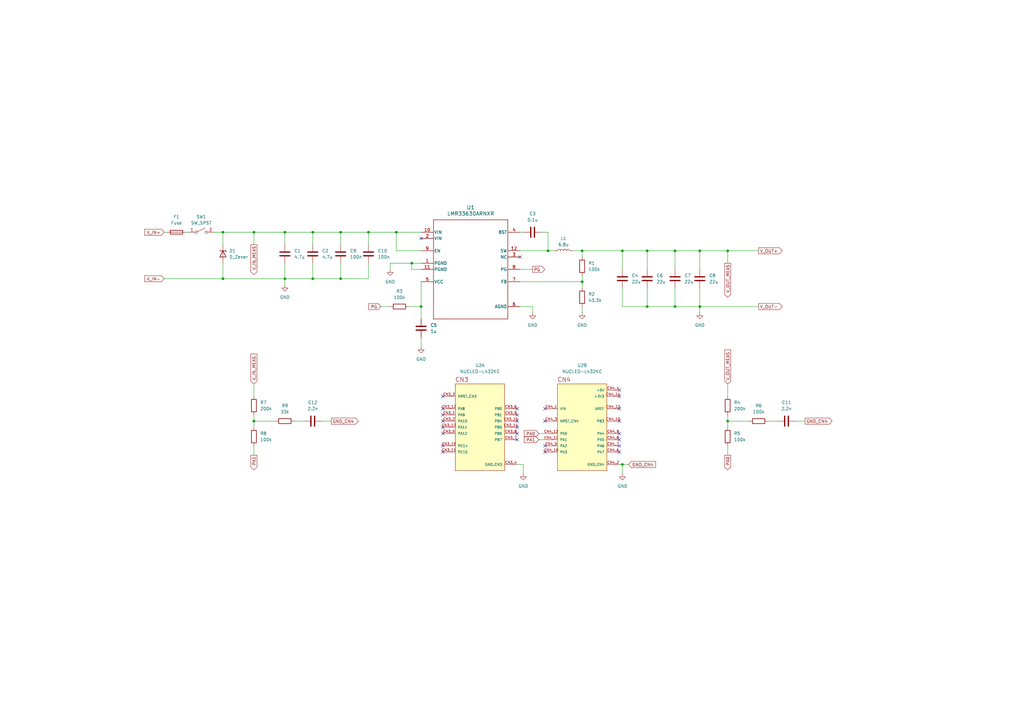
<source format=kicad_sch>
(kicad_sch (version 20250114) (generator "eeschema") (generator_version "9.0")
  (paper "A3")
  (title_block (title "SolarCore") (date "10.11.2025") (rev "1") (company "Mateusz Witczak"))
  (lib_symbols
    (symbol "2025-11-09_14-41-59:LMR33630ARNXR" (pin_names (offset 0.254))
      (property "Reference" "U" (at 0 2.54 0))
      (property "Value" "LMR33630ARNXR" (at 0 0 0))
      (symbol "LMR33630ARNXR_0_1"
        (polyline (pts (xy -15.24 20.32) (xy -15.24 -20.32)) (stroke (width 0.2032)))
        (polyline (pts (xy -15.24 -20.32) (xy 15.24 -20.32)) (stroke (width 0.2032)))
        (polyline (pts (xy 15.24 20.32) (xy -15.24 20.32)) (stroke (width 0.2032)))
        (polyline (pts (xy 15.24 -20.32) (xy 15.24 20.32)) (stroke (width 0.2032)))
        (pin power_in line (at -20.32 15.24 0) (length 5.08) (name "VIN") (number "10"))
        (pin power_in line (at -20.32 12.7 0) (length 5.08) (name "VIN") (number "2"))
        (pin input line (at -20.32 7.62 0) (length 5.08) (name "EN") (number "9"))
        (pin power_in line (at -20.32 2.54 0) (length 5.08) (name "PGND") (number "1"))
        (pin power_in line (at -20.32 0 0) (length 5.08) (name "PGND") (number "11"))
        (pin power_in line (at -20.32 -5.08 0) (length 5.08) (name "VCC") (number "5"))
        (pin unspecified line (at 20.32 15.24 180) (length 5.08) (name "BST") (number "4"))
        (pin power_in line (at 20.32 7.62 180) (length 5.08) (name "SW") (number "12"))
        (pin unspecified line (at 20.32 5.08 180) (length 5.08) (name "NC") (number "3"))
        (pin open_collector line (at 20.32 0 180) (length 5.08) (name "PG") (number "8"))
        (pin input line (at 20.32 -5.08 180) (length 5.08) (name "FB") (number "7"))
        (pin power_in line (at 20.32 -15.24 180) (length 5.08) (name "AGND") (number "6"))
      )
    )
    (symbol "Device:C" (pin_numbers (hide yes)) (pin_names (offset 0.254))
      (property "Reference" "C" (at 0.635 2.54 0))
      (property "Value" "C" (at 0.635 -2.54 0))
      (symbol "C_0_1"
        (polyline (pts (xy -2.032 0.762) (xy 2.032 0.762)) (stroke (width 0.508)))
        (polyline (pts (xy -2.032 -0.762) (xy 2.032 -0.762)) (stroke (width 0.508)))
      )
      (symbol "C_1_1"
        (pin passive line (at 0 3.81 270) (length 2.794) (name "~") (number "1"))
        (pin passive line (at 0 -3.81 90) (length 2.794) (name "~") (number "2"))
      )
    )
    (symbol "Device:D_Zener" (pin_numbers (hide yes)) (pin_names (offset 1.016) (hide yes))
      (property "Reference" "D" (at 0 2.54 0))
      (property "Value" "D_Zener" (at 0 -2.54 0))
      (symbol "D_Zener_0_1"
        (polyline (pts (xy -1.27 -1.27) (xy -1.27 1.27) (xy -0.762 1.27)) (stroke (width 0.254)))
        (polyline (pts (xy 1.27 0) (xy -1.27 0)))
        (polyline (pts (xy 1.27 -1.27) (xy 1.27 1.27) (xy -1.27 0) (xy 1.27 -1.27)) (stroke (width 0.254)))
      )
      (symbol "D_Zener_1_1"
        (pin passive line (at -3.81 0 0) (length 2.54) (name "K") (number "1"))
        (pin passive line (at 3.81 0 180) (length 2.54) (name "A") (number "2"))
      )
    )
    (symbol "Device:Fuse" (pin_numbers (hide yes)) (pin_names (offset 0))
      (property "Reference" "F" (at 2.032 0 90))
      (property "Value" "Fuse" (at -1.905 0 90))
      (symbol "Fuse_0_1"
        (rectangle (start -0.762 -2.54) (end 0.762 2.54) (stroke (width 0.254)))
        (polyline (pts (xy 0 2.54) (xy 0 -2.54)))
      )
      (symbol "Fuse_1_1"
        (pin passive line (at 0 3.81 270) (length 1.27) (name "~") (number "1"))
        (pin passive line (at 0 -3.81 90) (length 1.27) (name "~") (number "2"))
      )
    )
    (symbol "Device:L" (pin_numbers (hide yes)) (pin_names (offset 1.016) (hide yes))
      (property "Reference" "L" (at -1.27 0 90))
      (property "Value" "L" (at 1.905 0 90))
      (symbol "L_0_1"
        (arc (start 0 2.54) (mid 0.6323 1.905) (end 0 1.27))
        (arc (start 0 1.27) (mid 0.6323 0.635) (end 0 0))
        (arc (start 0 0) (mid 0.6323 -0.635) (end 0 -1.27))
        (arc (start 0 -1.27) (mid 0.6323 -1.905) (end 0 -2.54))
      )
      (symbol "L_1_1"
        (pin passive line (at 0 3.81 270) (length 1.27) (name "1") (number "1"))
        (pin passive line (at 0 -3.81 90) (length 1.27) (name "2") (number "2"))
      )
    )
    (symbol "Device:R" (pin_numbers (hide yes)) (pin_names (offset 0))
      (property "Reference" "R" (at 2.032 0 90))
      (property "Value" "R" (at 0 0 90))
      (symbol "R_0_1"
        (rectangle (start -1.016 -2.54) (end 1.016 2.54) (stroke (width 0.254)))
      )
      (symbol "R_1_1"
        (pin passive line (at 0 3.81 270) (length 1.27) (name "~") (number "1"))
        (pin passive line (at 0 -3.81 90) (length 1.27) (name "~") (number "2"))
      )
    )
    (symbol "NUCLEO-L432KC:NUCLEO-L432KC" (pin_names (offset 1.016))
      (property "Reference" "U" (at -10.16 21.082 0))
      (property "Value" "NUCLEO-L432KC" (at -10.16 -20.32 0))
      (symbol "NUCLEO-L432KC_1_0"
        (rectangle (start -10.16 -17.78) (end 10.16 17.78) (stroke (width 0.1524)) (fill (type background)))
        (text "CN3" (at -10.16 18.542 0) (effects (font (size 1.778 1.778)) (justify left bottom)))
        (pin bidirectional line (at -15.24 12.7 0) (length 5.08) (name "NRST_CN3") (number "CN3_3"))
        (pin bidirectional line (at -15.24 7.62 0) (length 5.08) (name "PA8") (number "CN3_12"))
        (pin bidirectional line (at -15.24 5.08 0) (length 5.08) (name "PA9") (number "CN3_1"))
        (pin bidirectional line (at -15.24 2.54 0) (length 5.08) (name "PA10") (number "CN3_2"))
        (pin bidirectional line (at -15.24 0 0) (length 5.08) (name "PA11") (number "CN3_13"))
        (pin bidirectional line (at -15.24 -2.54 0) (length 5.08) (name "PA12") (number "CN3_5"))
        (pin bidirectional line (at -15.24 -7.62 0) (length 5.08) (name "PC14") (number "CN3_10"))
        (pin bidirectional line (at -15.24 -10.16 0) (length 5.08) (name "PC15") (number "CN3_11"))
        (pin bidirectional line (at 15.24 7.62 180) (length 5.08) (name "PB0") (number "CN3_6"))
        (pin bidirectional line (at 15.24 5.08 180) (length 5.08) (name "PB1") (number "CN3_9"))
        (pin bidirectional line (at 15.24 2.54 180) (length 5.08) (name "PB4") (number "CN3_15"))
        (pin bidirectional line (at 15.24 0 180) (length 5.08) (name "PB5") (number "CN3_14"))
        (pin bidirectional line (at 15.24 -2.54 180) (length 5.08) (name "PB6") (number "CN3_8"))
        (pin bidirectional line (at 15.24 -5.08 180) (length 5.08) (name "PB7") (number "CN3_7"))
        (pin power_in line (at 15.24 -15.24 180) (length 5.08) (name "GND_CN3") (number "CN3_4"))
      )
      (symbol "NUCLEO-L432KC_2_0"
        (rectangle (start -10.16 -17.78) (end 10.16 17.78) (stroke (width 0.1524)) (fill (type background)))
        (text "CN4" (at -10.16 18.542 0) (effects (font (size 1.778 1.778)) (justify left bottom)))
        (pin input line (at -15.24 7.62 0) (length 5.08) (name "VIN") (number "CN4_1"))
        (pin bidirectional line (at -15.24 2.54 0) (length 5.08) (name "NRST_CN4") (number "CN4_3"))
        (pin bidirectional line (at -15.24 -2.54 0) (length 5.08) (name "PA0") (number "CN4_12"))
        (pin bidirectional line (at -15.24 -5.08 0) (length 5.08) (name "PA1") (number "CN4_11"))
        (pin bidirectional line (at -15.24 -7.62 0) (length 5.08) (name "PA2") (number "CN4_5"))
        (pin bidirectional line (at -15.24 -10.16 0) (length 5.08) (name "PA3") (number "CN4_10"))
        (pin power_in line (at 15.24 15.24 180) (length 5.08) (name "+5V") (number "CN4_4"))
        (pin power_in line (at 15.24 12.7 180) (length 5.08) (name "+3V3") (number "CN4_14"))
        (pin bidirectional line (at 15.24 7.62 180) (length 5.08) (name "AREF") (number "CN4_13"))
        (pin bidirectional line (at 15.24 2.54 180) (length 5.08) (name "PB3") (number "CN4_15"))
        (pin bidirectional line (at 15.24 -2.54 180) (length 5.08) (name "PA4") (number "CN4_9"))
        (pin bidirectional line (at 15.24 -5.08 180) (length 5.08) (name "PA5") (number "CN4_8"))
        (pin bidirectional line (at 15.24 -7.62 180) (length 5.08) (name "PA6") (number "CN4_7"))
        (pin bidirectional line (at 15.24 -10.16 180) (length 5.08) (name "PA7") (number "CN4_6"))
        (pin power_in line (at 15.24 -15.24 180) (length 5.08) (name "GND_CN4") (number "CN4_2"))
      )
    )
    (symbol "Switch:SW_SPST" (pin_names (offset 0) (hide yes))
      (property "Reference" "SW" (at 0 3.175 0))
      (property "Value" "SW_SPST" (at 0 -2.54 0))
      (symbol "SW_SPST_0_0"
        (circle (center -2.032 0) (radius 0.508))
        (polyline (pts (xy -1.524 0.254) (xy 1.524 1.778)))
        (circle (center 2.032 0) (radius 0.508))
      )
      (symbol "SW_SPST_1_1"
        (pin passive line (at -5.08 0 0) (length 2.54) (name "A") (number "1"))
        (pin passive line (at 5.08 0 180) (length 2.54) (name "B") (number "2"))
      )
    )
    (symbol "power:GND" (power) (pin_numbers (hide yes)) (pin_names (offset 0) (hide yes))
      (property "Value" "GND" (at 0 -3.81 0))
      (symbol "GND_0_1"
        (polyline (pts (xy 0 0) (xy 0 -1.27) (xy 1.27 -1.27) (xy 0 -2.54) (xy -1.27 -1.27) (xy 0 -1.27)))
      )
      (symbol "GND_1_1"
        (pin power_in line (at 0 0 270) (length 0) (name "~") (number "1"))
      )
    )
  )
  (junction (at 162.56 95.25))
  (junction (at 116.84 95.25))
  (junction (at 276.86 125.73))
  (junction (at 139.7 114.3))
  (junction (at 238.76 115.57))
  (junction (at 104.14 172.72))
  (junction (at 255.27 190.5))
  (junction (at 139.7 95.25))
  (junction (at 91.44 95.25))
  (junction (at 172.72 125.73))
  (junction (at 91.44 114.3))
  (junction (at 168.91 107.95))
  (junction (at 265.43 102.87))
  (junction (at 287.02 102.87))
  (junction (at 128.27 95.25))
  (junction (at 276.86 102.87))
  (junction (at 104.14 95.25))
  (junction (at 298.45 102.87))
  (junction (at 128.27 114.3))
  (junction (at 298.45 172.72))
  (junction (at 255.27 102.87))
  (junction (at 224.79 102.87))
  (junction (at 287.02 125.73))
  (junction (at 238.76 102.87))
  (junction (at 151.13 95.25))
  (junction (at 265.43 125.73))
  (junction (at 116.84 114.3))
  (no_connect (at 254 160.02))
  (no_connect (at 212.09 172.72))
  (no_connect (at 213.36 105.41))
  (no_connect (at 181.61 185.42))
  (no_connect (at 212.09 170.18))
  (no_connect (at 254 167.64))
  (no_connect (at 212.09 180.34))
  (no_connect (at 181.61 172.72))
  (no_connect (at 223.52 172.72))
  (no_connect (at 223.52 185.42))
  (no_connect (at 181.61 175.26))
  (no_connect (at 181.61 167.64))
  (no_connect (at 212.09 175.26))
  (no_connect (at 181.61 177.8))
  (no_connect (at 212.09 167.64))
  (no_connect (at 223.52 182.88))
  (no_connect (at 181.61 182.88))
  (no_connect (at 254 185.42))
  (no_connect (at 254 172.72))
  (no_connect (at 223.52 167.64))
  (no_connect (at 181.61 170.18))
  (no_connect (at 212.09 177.8))
  (no_connect (at 181.61 162.56))
  (no_connect (at 172.72 97.79))
  (no_connect (at 254 177.8))
  (no_connect (at 254 180.34))
  (no_connect (at 254 182.88))
  (no_connect (at 254 162.56))
  (wire (pts (xy 139.7 95.25) (xy 151.13 95.25)))
  (wire (pts (xy 91.44 107.95) (xy 91.44 114.3)))
  (wire (pts (xy 254 190.5) (xy 255.27 190.5)))
  (wire (pts (xy 116.84 107.95) (xy 116.84 114.3)))
  (wire (pts (xy 276.86 125.73) (xy 265.43 125.73)))
  (wire (pts (xy 91.44 95.25) (xy 104.14 95.25)))
  (wire (pts (xy 213.36 102.87) (xy 224.79 102.87)))
  (wire (pts (xy 238.76 115.57) (xy 238.76 118.11)))
  (wire (pts (xy 287.02 102.87) (xy 287.02 110.49)))
  (wire (pts (xy 234.95 102.87) (xy 238.76 102.87)))
  (wire (pts (xy 265.43 102.87) (xy 265.43 110.49)))
  (wire (pts (xy 151.13 107.95) (xy 151.13 114.3)))
  (wire (pts (xy 128.27 100.33) (xy 128.27 95.25)))
  (wire (pts (xy 213.36 110.49) (xy 218.44 110.49)))
  (wire (pts (xy 156.21 125.73) (xy 160.02 125.73)))
  (wire (pts (xy 160.02 110.49) (xy 160.02 107.95)))
  (wire (pts (xy 67.31 114.3) (xy 91.44 114.3)))
  (wire (pts (xy 255.27 102.87) (xy 255.27 110.49)))
  (wire (pts (xy 255.27 190.5) (xy 255.27 194.31)))
  (wire (pts (xy 238.76 125.73) (xy 238.76 128.27)))
  (wire (pts (xy 172.72 115.57) (xy 172.72 125.73)))
  (wire (pts (xy 326.39 172.72) (xy 330.2 172.72)))
  (wire (pts (xy 172.72 125.73) (xy 172.72 130.81)))
  (wire (pts (xy 238.76 102.87) (xy 238.76 105.41)))
  (wire (pts (xy 128.27 114.3) (xy 139.7 114.3)))
  (wire (pts (xy 172.72 110.49) (xy 168.91 110.49)))
  (wire (pts (xy 238.76 115.57) (xy 238.76 113.03)))
  (wire (pts (xy 87.63 95.25) (xy 91.44 95.25)))
  (wire (pts (xy 276.86 118.11) (xy 276.86 125.73)))
  (wire (pts (xy 220.98 177.8) (xy 223.52 177.8)))
  (wire (pts (xy 314.96 172.72) (xy 318.77 172.72)))
  (wire (pts (xy 172.72 102.87) (xy 162.56 102.87)))
  (wire (pts (xy 287.02 125.73) (xy 276.86 125.73)))
  (wire (pts (xy 139.7 107.95) (xy 139.7 114.3)))
  (wire (pts (xy 91.44 95.25) (xy 91.44 100.33)))
  (wire (pts (xy 298.45 102.87) (xy 298.45 107.95)))
  (wire (pts (xy 162.56 95.25) (xy 162.56 102.87)))
  (wire (pts (xy 162.56 95.25) (xy 172.72 95.25)))
  (wire (pts (xy 132.08 172.72) (xy 135.89 172.72)))
  (wire (pts (xy 298.45 102.87) (xy 311.15 102.87)))
  (wire (pts (xy 307.34 172.72) (xy 298.45 172.72)))
  (wire (pts (xy 116.84 95.25) (xy 128.27 95.25)))
  (wire (pts (xy 255.27 190.5) (xy 257.81 190.5)))
  (wire (pts (xy 311.15 125.73) (xy 287.02 125.73)))
  (wire (pts (xy 128.27 95.25) (xy 139.7 95.25)))
  (wire (pts (xy 128.27 107.95) (xy 128.27 114.3)))
  (wire (pts (xy 213.36 115.57) (xy 238.76 115.57)))
  (wire (pts (xy 168.91 107.95) (xy 172.72 107.95)))
  (wire (pts (xy 238.76 102.87) (xy 255.27 102.87)))
  (wire (pts (xy 218.44 125.73) (xy 218.44 128.27)))
  (wire (pts (xy 151.13 95.25) (xy 162.56 95.25)))
  (wire (pts (xy 104.14 172.72) (xy 104.14 175.26)))
  (wire (pts (xy 298.45 182.88) (xy 298.45 186.69)))
  (wire (pts (xy 67.31 95.25) (xy 68.58 95.25)))
  (wire (pts (xy 172.72 138.43) (xy 172.72 142.24)))
  (wire (pts (xy 213.36 95.25) (xy 214.63 95.25)))
  (wire (pts (xy 116.84 114.3) (xy 116.84 116.84)))
  (wire (pts (xy 298.45 172.72) (xy 298.45 175.26)))
  (wire (pts (xy 213.36 125.73) (xy 218.44 125.73)))
  (wire (pts (xy 160.02 107.95) (xy 168.91 107.95)))
  (wire (pts (xy 120.65 172.72) (xy 124.46 172.72)))
  (wire (pts (xy 255.27 125.73) (xy 255.27 118.11)))
  (wire (pts (xy 151.13 100.33) (xy 151.13 95.25)))
  (wire (pts (xy 116.84 114.3) (xy 128.27 114.3)))
  (wire (pts (xy 212.09 190.5) (xy 214.63 190.5)))
  (wire (pts (xy 265.43 102.87) (xy 276.86 102.87)))
  (wire (pts (xy 104.14 182.88) (xy 104.14 186.69)))
  (wire (pts (xy 104.14 157.48) (xy 104.14 162.56)))
  (wire (pts (xy 265.43 118.11) (xy 265.43 125.73)))
  (wire (pts (xy 220.98 180.34) (xy 223.52 180.34)))
  (wire (pts (xy 139.7 100.33) (xy 139.7 95.25)))
  (wire (pts (xy 298.45 170.18) (xy 298.45 172.72)))
  (wire (pts (xy 276.86 102.87) (xy 276.86 110.49)))
  (wire (pts (xy 104.14 170.18) (xy 104.14 172.72)))
  (wire (pts (xy 104.14 95.25) (xy 116.84 95.25)))
  (wire (pts (xy 255.27 102.87) (xy 265.43 102.87)))
  (wire (pts (xy 224.79 95.25) (xy 224.79 102.87)))
  (wire (pts (xy 91.44 114.3) (xy 116.84 114.3)))
  (wire (pts (xy 113.03 172.72) (xy 104.14 172.72)))
  (wire (pts (xy 287.02 102.87) (xy 298.45 102.87)))
  (wire (pts (xy 214.63 190.5) (xy 214.63 194.31)))
  (wire (pts (xy 287.02 118.11) (xy 287.02 125.73)))
  (wire (pts (xy 265.43 125.73) (xy 255.27 125.73)))
  (wire (pts (xy 276.86 102.87) (xy 287.02 102.87)))
  (wire (pts (xy 76.2 95.25) (xy 77.47 95.25)))
  (wire (pts (xy 298.45 157.48) (xy 298.45 162.56)))
  (wire (pts (xy 104.14 95.25) (xy 104.14 100.33)))
  (wire (pts (xy 222.25 95.25) (xy 224.79 95.25)))
  (wire (pts (xy 287.02 125.73) (xy 287.02 128.27)))
  (wire (pts (xy 139.7 114.3) (xy 151.13 114.3)))
  (wire (pts (xy 224.79 102.87) (xy 227.33 102.87)))
  (wire (pts (xy 116.84 100.33) (xy 116.84 95.25)))
  (wire (pts (xy 172.72 125.73) (xy 167.64 125.73)))
  (wire (pts (xy 168.91 110.49) (xy 168.91 107.95)))
  (global_label "PA0" (shape input) (at 220.98 177.8 180) (property "Intersheetrefs" "${INTERSHEET_REFS}" (effects (hide yes))))
  (global_label "V_IN+" (shape input) (at 67.31 95.25 180) (property "Intersheetrefs" "${INTERSHEET_REFS}" (effects (hide yes))))
  (global_label "V_IN_MEAS" (shape input) (at 104.14 157.48 90) (property "Intersheetrefs" "${INTERSHEET_REFS}" (effects (hide yes))))
  (global_label "V_OUT_MEAS" (shape input) (at 298.45 157.48 90) (property "Intersheetrefs" "${INTERSHEET_REFS}" (effects (hide yes))))
  (global_label "V_OUT_MEAS" (shape output) (at 298.45 107.95 270) (property "Intersheetrefs" "${INTERSHEET_REFS}" (effects (hide yes))))
  (global_label "PG" (shape input) (at 156.21 125.73 180) (property "Intersheetrefs" "${INTERSHEET_REFS}" (effects (hide yes))))
  (global_label "GND_CN4" (shape output) (at 135.89 172.72 0) (property "Intersheetrefs" "${INTERSHEET_REFS}" (effects (hide yes))))
  (global_label "GND_CN4" (shape input) (at 257.81 190.5 0) (property "Intersheetrefs" "${INTERSHEET_REFS}" (effects (hide yes))))
  (global_label "PG" (shape output) (at 218.44 110.49 0) (property "Intersheetrefs" "${INTERSHEET_REFS}" (effects (hide yes))))
  (global_label "PA0" (shape output) (at 298.45 186.69 270) (property "Intersheetrefs" "${INTERSHEET_REFS}" (effects (hide yes))))
  (global_label "PA1" (shape input) (at 220.98 180.34 180) (property "Intersheetrefs" "${INTERSHEET_REFS}" (effects (hide yes))))
  (global_label "V_OUT+" (shape output) (at 311.15 102.87 0) (property "Intersheetrefs" "${INTERSHEET_REFS}" (effects (hide yes))))
  (global_label "V_OUT-" (shape output) (at 311.15 125.73 0) (property "Intersheetrefs" "${INTERSHEET_REFS}" (effects (hide yes))))
  (global_label "GND_CN4" (shape output) (at 330.2 172.72 0) (property "Intersheetrefs" "${INTERSHEET_REFS}" (effects (hide yes))))
  (global_label "V_IN-" (shape input) (at 67.31 114.3 180) (property "Intersheetrefs" "${INTERSHEET_REFS}" (effects (hide yes))))
  (global_label "PA1" (shape output) (at 104.14 186.69 270) (property "Intersheetrefs" "${INTERSHEET_REFS}" (effects (hide yes))))
  (global_label "V_IN_MEAS" (shape output) (at 104.14 100.33 270) (property "Intersheetrefs" "${INTERSHEET_REFS}" (effects (hide yes))))
  (symbol (lib_id "Device:R") (at 116.84 172.72 90) (unit 1)
    (property "Reference" "R9" (at 116.84 166.37 90))
    (property "Value" "33k" (at 116.84 168.91 90))
    (property "Footprint" "Resistor_SMD:R_0603_1608Metric_Pad0.98x0.95mm_HandSolder" (effects (hide yes)))
    (property "Description" "Resistor" (effects (hide yes)))
  )
  (symbol (lib_id "Device:R") (at 298.45 166.37 0) (unit 1)
    (property "Reference" "R4" (at 300.99 165.0999 0) (effects (justify left)))
    (property "Value" "200k" (at 300.99 167.6399 0) (effects (justify left)))
    (property "Footprint" "Resistor_SMD:R_0603_1608Metric_Pad0.98x0.95mm_HandSolder" (effects (hide yes)))
    (property "Description" "Resistor" (effects (hide yes)))
  )
  (symbol (lib_id "Device:C") (at 265.43 114.3 180) (unit 1)
    (property "Reference" "C6" (at 269.24 113.0299 0) (effects (justify right)))
    (property "Value" "22u" (at 269.24 115.5699 0) (effects (justify right)))
    (property "Footprint" "Capacitor_SMD:CP_Elec_4x5.4" (effects (hide yes)))
    (property "Description" "Unpolarized capacitor" (effects (hide yes)))
  )
  (symbol (lib_id "Device:C") (at 116.84 104.14 0) (unit 1)
    (property "Reference" "C1" (at 120.65 102.8699 0) (effects (justify left)))
    (property "Value" "4.7u" (at 120.65 105.4099 0) (effects (justify left)))
    (property "Footprint" "Capacitor_SMD:CP_Elec_4x5.4" (effects (hide yes)))
    (property "Description" "Unpolarized capacitor" (effects (hide yes)))
  )
  (symbol (lib_id "Device:C") (at 151.13 104.14 0) (unit 1)
    (property "Reference" "C10" (at 154.94 102.8699 0) (effects (justify left)))
    (property "Value" "100n" (at 154.94 105.4099 0) (effects (justify left)))
    (property "Footprint" "Capacitor_SMD:CP_Elec_4x5.4" (effects (hide yes)))
    (property "Description" "Unpolarized capacitor" (effects (hide yes)))
  )
  (symbol (lib_id "Device:C") (at 255.27 114.3 180) (unit 1)
    (property "Reference" "C4" (at 259.08 113.0299 0) (effects (justify right)))
    (property "Value" "22u" (at 259.08 115.5699 0) (effects (justify right)))
    (property "Footprint" "Capacitor_SMD:CP_Elec_4x5.4" (effects (hide yes)))
    (property "Description" "Unpolarized capacitor" (effects (hide yes)))
  )
  (symbol (lib_id "power:GND") (at 172.72 142.24 0) (unit 1)
    (property "Reference" "#PWR06" (effects (hide yes)))
    (property "Value" "GND" (at 172.72 147.32 0))
    (property "Description" "Power symbol creates a global label with name \"GND\" , ground" (effects (hide yes)))
  )
  (symbol (lib_id "Device:R") (at 311.15 172.72 90) (unit 1)
    (property "Reference" "R6" (at 311.15 166.37 90))
    (property "Value" "100k" (at 311.15 168.91 90))
    (property "Footprint" "Resistor_SMD:R_0603_1608Metric_Pad0.98x0.95mm_HandSolder" (effects (hide yes)))
    (property "Description" "Resistor" (effects (hide yes)))
  )
  (symbol (lib_id "power:GND") (at 287.02 128.27 0) (unit 1)
    (property "Reference" "#PWR05" (effects (hide yes)))
    (property "Value" "GND" (at 287.02 133.35 0))
    (property "Description" "Power symbol creates a global label with name \"GND\" , ground" (effects (hide yes)))
  )
  (symbol (lib_id "Device:C") (at 172.72 134.62 0) (unit 1)
    (property "Reference" "C5" (at 176.53 133.3499 0) (effects (justify left)))
    (property "Value" "1u" (at 176.53 135.8899 0) (effects (justify left)))
    (property "Footprint" "Capacitor_SMD:C_0603_1608Metric_Pad1.08x0.95mm_HandSolder" (effects (hide yes)))
    (property "Description" "Unpolarized capacitor" (effects (hide yes)))
  )
  (symbol (lib_id "Device:C") (at 322.58 172.72 90) (unit 1)
    (property "Reference" "C11" (at 322.58 165.1 90))
    (property "Value" "2.2n" (at 322.58 167.64 90))
    (property "Footprint" "Capacitor_SMD:C_0603_1608Metric_Pad1.08x0.95mm_HandSolder" (effects (hide yes)))
    (property "Description" "Unpolarized capacitor" (effects (hide yes)))
  )
  (symbol (lib_id "power:GND") (at 116.84 116.84 0) (unit 1)
    (property "Reference" "#PWR01" (effects (hide yes)))
    (property "Value" "GND" (at 116.84 121.92 0))
    (property "Description" "Power symbol creates a global label with name \"GND\" , ground" (effects (hide yes)))
  )
  (symbol (lib_id "Device:D_Zener") (at 91.44 104.14 270) (unit 1)
    (property "Reference" "D1" (at 93.98 102.8699 90) (effects (justify left)))
    (property "Value" "D_Zener" (at 93.98 105.4099 90) (effects (justify left)))
    (property "Footprint" "Diode_SMD:D_SMB-SMC_Universal_Handsoldering" (effects (hide yes)))
    (property "Description" "Zener diode" (effects (hide yes)))
  )
  (symbol (lib_id "Device:R") (at 238.76 121.92 0) (unit 1)
    (property "Reference" "R2" (at 241.3 120.6499 0) (effects (justify left)))
    (property "Value" "43.3k" (at 241.3 123.1899 0) (effects (justify left)))
    (property "Footprint" "Resistor_SMD:R_0603_1608Metric_Pad0.98x0.95mm_HandSolder" (effects (hide yes)))
    (property "Description" "Resistor" (effects (hide yes)))
  )
  (symbol (lib_id "Device:C") (at 276.86 114.3 180) (unit 1)
    (property "Reference" "C7" (at 280.67 113.0299 0) (effects (justify right)))
    (property "Value" "22u" (at 280.67 115.5699 0) (effects (justify right)))
    (property "Footprint" "Capacitor_SMD:CP_Elec_4x5.4" (effects (hide yes)))
    (property "Description" "Unpolarized capacitor" (effects (hide yes)))
  )
  (symbol (lib_id "power:GND") (at 214.63 194.31 0) (unit 1)
    (property "Reference" "#PWR013" (effects (hide yes)))
    (property "Value" "GND" (at 214.63 199.39 0))
    (property "Description" "Power symbol creates a global label with name \"GND\" , ground" (effects (hide yes)))
  )
  (symbol (lib_id "NUCLEO-L432KC:NUCLEO-L432KC") (at 238.76 175.26 0) (unit 2)
    (property "Reference" "U2" (at 238.76 149.86 0))
    (property "Value" "NUCLEO-L432KC" (at 238.76 152.4 0))
    (property "Footprint" "NUCLEO_L432KC:MODULE_NUCLEO-L432KC" (effects (hide yes)))
    (property "PARTREV" "N/A" (effects (hide yes)))
    (property "STANDARD" "Manufacturer Recommendations" (effects (hide yes)))
    (property "MAXIMUM_PACKAGE_HEIGHT" "N/A" (effects (hide yes)))
    (property "MANUFACTURER" "ST Microelectronics" (effects (hide yes)))
  )
  (symbol (lib_id "Device:R") (at 238.76 109.22 0) (unit 1)
    (property "Reference" "R1" (at 241.3 107.9499 0) (effects (justify left)))
    (property "Value" "100k" (at 241.3 110.4899 0) (effects (justify left)))
    (property "Footprint" "Resistor_SMD:R_0603_1608Metric_Pad0.98x0.95mm_HandSolder" (effects (hide yes)))
    (property "Description" "Resistor" (effects (hide yes)))
  )
  (symbol (lib_id "Device:R") (at 104.14 179.07 0) (unit 1)
    (property "Reference" "R8" (at 106.68 177.7999 0) (effects (justify left)))
    (property "Value" "100k" (at 106.68 180.3399 0) (effects (justify left)))
    (property "Footprint" "Resistor_SMD:R_0603_1608Metric_Pad0.98x0.95mm_HandSolder" (effects (hide yes)))
    (property "Description" "Resistor" (effects (hide yes)))
  )
  (symbol (lib_id "2025-11-09_14-41-59:LMR33630ARNXR") (at 193.04 110.49 0) (unit 1)
    (property "Reference" "U1" (at 193.04 85.09 0) (effects (font (size 1.524 1.524))))
    (property "Value" "LMR33630ARNXR" (at 193.04 87.63 0) (effects (font (size 1.524 1.524))))
    (property "Footprint" "footprints:RNX0012B" (effects (hide yes)))
    (property "Datasheet" "https://www.ti.com/lit/gpn/lmr33630" (effects (hide yes)))
  )
  (symbol (lib_id "Device:R") (at 163.83 125.73 90) (unit 1)
    (property "Reference" "R3" (at 163.83 119.4665 90))
    (property "Value" "100k" (at 163.83 122.0065 90))
    (property "Footprint" "Resistor_SMD:R_0603_1608Metric_Pad0.98x0.95mm_HandSolder" (effects (hide yes)))
    (property "Description" "Resistor" (effects (hide yes)))
  )
  (symbol (lib_id "power:GND") (at 160.02 110.49 0) (unit 1)
    (property "Reference" "#PWR02" (effects (hide yes)))
    (property "Value" "GND" (at 160.02 115.57 0))
    (property "Description" "Power symbol creates a global label with name \"GND\" , ground" (effects (hide yes)))
  )
  (symbol (lib_id "Device:R") (at 298.45 179.07 0) (unit 1)
    (property "Reference" "R5" (at 300.99 177.7999 0) (effects (justify left)))
    (property "Value" "100k" (at 300.99 180.3399 0) (effects (justify left)))
    (property "Footprint" "Resistor_SMD:R_0603_1608Metric_Pad0.98x0.95mm_HandSolder" (effects (hide yes)))
    (property "Description" "Resistor" (effects (hide yes)))
  )
  (symbol (lib_id "Device:C") (at 128.27 172.72 90) (unit 1)
    (property "Reference" "C12" (at 128.27 165.1 90))
    (property "Value" "2.2n" (at 128.27 167.64 90))
    (property "Footprint" "Capacitor_SMD:C_0603_1608Metric_Pad1.08x0.95mm_HandSolder" (effects (hide yes)))
    (property "Description" "Unpolarized capacitor" (effects (hide yes)))
  )
  (symbol (lib_id "Device:L") (at 231.14 102.87 90) (unit 1)
    (property "Reference" "L1" (at 231.14 97.79 90))
    (property "Value" "6.8u" (at 231.14 100.33 90))
    (property "Footprint" "Inductor_SMD:L_Coilcraft_XAL5030-XXX" (effects (hide yes)))
    (property "Description" "Inductor" (effects (hide yes)))
  )
  (symbol (lib_id "power:GND") (at 218.44 128.27 0) (unit 1)
    (property "Reference" "#PWR03" (effects (hide yes)))
    (property "Value" "GND" (at 218.44 133.35 0))
    (property "Description" "Power symbol creates a global label with name \"GND\" , ground" (effects (hide yes)))
  )
  (symbol (lib_id "Device:Fuse") (at 72.39 95.25 90) (unit 1)
    (property "Reference" "F1" (at 72.39 88.9 90))
    (property "Value" "Fuse" (at 72.39 91.44 90))
    (property "Footprint" "Fuse:Fuse_2512_6332Metric_Pad1.52x3.35mm_HandSolder" (effects (hide yes)))
    (property "Description" "Fuse" (effects (hide yes)))
  )
  (symbol (lib_id "Device:C") (at 128.27 104.14 0) (unit 1)
    (property "Reference" "C2" (at 132.08 102.8699 0) (effects (justify left)))
    (property "Value" "4.7u" (at 132.08 105.4099 0) (effects (justify left)))
    (property "Footprint" "Capacitor_SMD:CP_Elec_4x5.4" (effects (hide yes)))
    (property "Description" "Unpolarized capacitor" (effects (hide yes)))
  )
  (symbol (lib_id "Device:C") (at 218.44 95.25 90) (unit 1)
    (property "Reference" "C3" (at 218.44 87.63 90))
    (property "Value" "0.1u" (at 218.44 90.17 90))
    (property "Footprint" "Capacitor_SMD:C_0603_1608Metric_Pad1.08x0.95mm_HandSolder" (effects (hide yes)))
    (property "Description" "Unpolarized capacitor" (effects (hide yes)))
  )
  (symbol (lib_id "power:GND") (at 255.27 194.31 0) (unit 1)
    (property "Reference" "#PWR014" (effects (hide yes)))
    (property "Value" "GND" (at 255.27 199.39 0))
    (property "Description" "Power symbol creates a global label with name \"GND\" , ground" (effects (hide yes)))
  )
  (symbol (lib_id "Device:C") (at 287.02 114.3 180) (unit 1)
    (property "Reference" "C8" (at 290.83 113.0299 0) (effects (justify right)))
    (property "Value" "22u" (at 290.83 115.5699 0) (effects (justify right)))
    (property "Footprint" "Capacitor_SMD:CP_Elec_4x5.4" (effects (hide yes)))
    (property "Description" "Unpolarized capacitor" (effects (hide yes)))
  )
  (symbol (lib_id "Switch:SW_SPST") (at 82.55 95.25 0) (unit 1)
    (property "Reference" "SW1" (at 82.55 88.9 0))
    (property "Value" "SW_SPST" (at 82.55 91.44 0))
    (property "Footprint" "Connector_JST:JST_VH_B2P-VH_1x02_P3.96mm_Vertical" (effects (hide yes)))
    (property "Description" "Single Pole Single Throw (SPST) switch" (effects (hide yes)))
  )
  (symbol (lib_id "power:GND") (at 238.76 128.27 0) (unit 1)
    (property "Reference" "#PWR04" (effects (hide yes)))
    (property "Value" "GND" (at 238.76 133.35 0))
    (property "Description" "Power symbol creates a global label with name \"GND\" , ground" (effects (hide yes)))
  )
  (symbol (lib_id "Device:C") (at 139.7 104.14 0) (unit 1)
    (property "Reference" "C9" (at 143.51 102.8699 0) (effects (justify left)))
    (property "Value" "100n" (at 143.51 105.4099 0) (effects (justify left)))
    (property "Footprint" "Capacitor_SMD:CP_Elec_4x5.4" (effects (hide yes)))
    (property "Description" "Unpolarized capacitor" (effects (hide yes)))
  )
  (symbol (lib_id "NUCLEO-L432KC:NUCLEO-L432KC") (at 196.85 175.26 0) (unit 1)
    (property "Reference" "U2" (at 196.85 149.86 0))
    (property "Value" "NUCLEO-L432KC" (at 196.85 152.4 0))
    (property "Footprint" "NUCLEO_L432KC:MODULE_NUCLEO-L432KC" (effects (hide yes)))
    (property "PARTREV" "N/A" (effects (hide yes)))
    (property "STANDARD" "Manufacturer Recommendations" (effects (hide yes)))
    (property "MAXIMUM_PACKAGE_HEIGHT" "N/A" (effects (hide yes)))
    (property "MANUFACTURER" "ST Microelectronics" (effects (hide yes)))
  )
  (symbol (lib_id "Device:R") (at 104.14 166.37 0) (unit 1)
    (property "Reference" "R7" (at 106.68 165.0999 0) (effects (justify left)))
    (property "Value" "200k" (at 106.68 167.6399 0) (effects (justify left)))
    (property "Footprint" "Resistor_SMD:R_0603_1608Metric_Pad0.98x0.95mm_HandSolder" (effects (hide yes)))
    (property "Description" "Resistor" (effects (hide yes)))
  )
)
</source>
